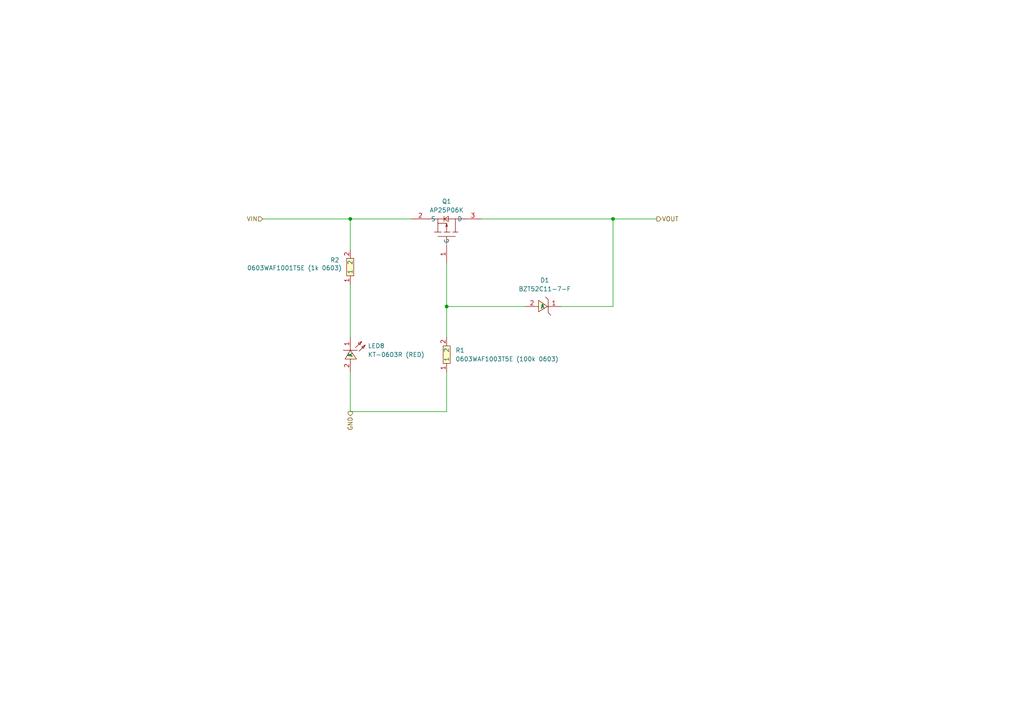
<source format=kicad_sch>
(kicad_sch (version 20231120) (generator "eeschema") (generator_version "8.0")
  (paper "A4")
  (lib_symbols
    (symbol "Rocketry_Easyeda:0603WAF1001T5E (1k 0603)"
      (property "Reference" "R" (at 0 5.08 0))
      (property "Value" "0603WAF1001T5E (1k 0603)" (at 0 -5.08 0))
      (symbol "0603WAF1001T5E (1k 0603)_0_1"
        (rectangle (start -2.54 1.02) (end 2.54 -1.02) (fill (type background)))
        (pin input line (at -5.08 0 0) (length 2.54) (name "1") (number "1"))
        (pin input line (at 5.08 0 180) (length 2.54) (name "2") (number "2"))
      )
    )
    (symbol "Rocketry_Easyeda:0603WAF1003T5E (100k 0603)"
      (property "Reference" "R" (at 0 5.08 0))
      (property "Value" "0603WAF1003T5E (100k 0603)" (at 0 -5.08 0))
      (symbol "0603WAF1003T5E (100k 0603)_0_1"
        (rectangle (start -2.54 1.02) (end 2.54 -1.02) (fill (type background)))
        (pin input line (at -5.08 0 0) (length 2.54) (name "1") (number "1"))
        (pin input line (at 5.08 0 180) (length 2.54) (name "2") (number "2"))
      )
    )
    (symbol "Rocketry_Easyeda:AP25P06K"
      (property "Reference" "Q" (at 0 15.24 0))
      (property "Value" "AP25P06K" (at 0 -15.24 0))
      (symbol "AP25P06K_0_1"
        (polyline (pts (xy 0 0) (xy -2.29 0)))
        (polyline (pts (xy 0 2.54) (xy 0 -2.54)))
        (polyline (pts (xy 1.27 -2.54) (xy 5.08 -2.54)))
        (polyline (pts (xy 1.27 -1.78) (xy 1.27 -3.3)))
        (polyline (pts (xy 1.27 0.76) (xy 1.27 -1.02)))
        (polyline (pts (xy 1.27 2.54) (xy 5.08 2.54)))
        (polyline (pts (xy 1.27 3.56) (xy 1.27 1.52)))
        (polyline (pts (xy 3.81 0) (xy 2.79 -0.25)))
        (polyline (pts (xy 3.81 2.54) (xy 3.81 0)))
        (polyline (pts (xy 5.08 5.08) (xy 5.08 -5.08)))
        (polyline (pts (xy 5.84 0.76) (xy 4.32 0.76)))
        (polyline (pts (xy 1.27 0) (xy 3.81 0) (xy 2.79 0.25)))
        (polyline (pts (xy 5.84 -0.51) (xy 4.32 -0.51) (xy 5.08 0.76) (xy 5.84 -0.51)) (fill (type background)))
        (pin unspecified line (at -7.62 0 0) (length 5.08) (name "G") (number "1"))
        (pin unspecified line (at 5.08 10.16 270) (length 5.08) (name "S") (number "2"))
        (pin unspecified line (at 5.08 -10.16 90) (length 5.08) (name "D") (number "3"))
      )
    )
    (symbol "Rocketry_Easyeda:BZT52C11-7-F"
      (property "Reference" "D" (at 0 5.08 0))
      (property "Value" "BZT52C11-7-F" (at 0 -5.08 0))
      (symbol "BZT52C11-7-F_0_1"
        (polyline (pts (xy 1.27 1.52) (xy -1.27 0) (xy 1.27 -1.78) (xy 1.27 1.52)) (fill (type background)))
        (polyline (pts (xy -2.29 2.54) (xy -1.52 1.78) (xy -1.52 1.78) (xy -1.52 -2.03) (xy -1.52 -2.03) (xy -0.76 -2.79)))
        (pin unspecified line (at -5.08 0 0) (length 3.81) (name "K") (number "1"))
        (pin unspecified line (at 5.08 0 180) (length 3.81) (name "A") (number "2"))
      )
    )
    (symbol "Rocketry_Easyeda:KT-0603R"
      (property "Reference" "LED" (at 0 5.08 0))
      (property "Value" "KT-0603R" (at 0 -5.08 0))
      (symbol "KT-0603R_0_1"
        (polyline (pts (xy -2.03 1.52) (xy -3.81 3.3)))
        (polyline (pts (xy -1.27 2.03) (xy -1.27 -2.03)))
        (polyline (pts (xy -1.02 2.54) (xy -2.79 4.32)))
        (polyline (pts (xy -3.81 3.3) (xy -2.79 2.79) (xy -3.3 2.29) (xy -3.81 3.3)) (fill (type background)))
        (polyline (pts (xy -2.79 4.32) (xy -1.78 3.81) (xy -2.29 3.3) (xy -2.79 4.32)) (fill (type background)))
        (polyline (pts (xy 1.27 -1.52) (xy -1.27 0) (xy 1.27 1.78) (xy 1.27 -1.52)) (fill (type background)))
        (pin unspecified line (at -5.08 0 0) (length 3.81) (name "K") (number "1"))
        (pin unspecified line (at 5.08 0 180) (length 3.81) (name "A") (number "2"))
      )
    )
  )
  (junction (at 129.54 88.9))
  (junction (at 177.8 63.5))
  (junction (at 101.6 63.5))
  (wire (pts (xy 129.54 119.38) (xy 101.6 119.38)))
  (wire (pts (xy 177.8 88.9) (xy 177.8 63.5)))
  (wire (pts (xy 139.7 63.5) (xy 177.8 63.5)))
  (wire (pts (xy 101.6 63.5) (xy 119.38 63.5)))
  (wire (pts (xy 162.56 88.9) (xy 177.8 88.9)))
  (wire (pts (xy 129.54 107.95) (xy 129.54 119.38)))
  (wire (pts (xy 76.2 63.5) (xy 101.6 63.5)))
  (wire (pts (xy 101.6 82.55) (xy 101.6 97.79)))
  (wire (pts (xy 101.6 107.95) (xy 101.6 119.38)))
  (wire (pts (xy 177.8 63.5) (xy 190.5 63.5)))
  (wire (pts (xy 129.54 88.9) (xy 152.4 88.9)))
  (wire (pts (xy 129.54 76.2) (xy 129.54 88.9)))
  (wire (pts (xy 101.6 72.39) (xy 101.6 63.5)))
  (wire (pts (xy 129.54 88.9) (xy 129.54 97.79)))
  (hierarchical_label "GND" (shape output) (at 101.6 119.38 270))
  (hierarchical_label "VIN" (shape input) (at 76.2 63.5 180))
  (hierarchical_label "VOUT" (shape output) (at 190.5 63.5 0))
  (symbol (lib_id "Rocketry_Easyeda:0603WAF1003T5E (100k 0603)") (at 129.54 102.87 90) (unit 1)
    (property "Reference" "R1" (at 132.08 101.5999 90) (effects (justify right)))
    (property "Value" "0603WAF1003T5E (100k 0603)" (at 132.08 104.1399 90) (effects (justify right)))
    (property "Footprint" "Rocketry_Easyeda:R0603" (effects (hide yes)))
    (property "Datasheet" "https://lcsc.com/product-detail/Chip-Resistor-Surface-Mount-UniOhm_100KR-1003-1_C25803.html" (effects (hide yes)))
    (property "LCSC Part" "C25803" (effects (hide yes)))
  )
  (symbol (lib_id "Rocketry_Easyeda:0603WAF1001T5E (1k 0603)") (at 101.6 77.47 90) (unit 1)
    (property "Reference" "R2" (at 95.758 75.438 90) (effects (justify right)))
    (property "Value" "0603WAF1001T5E (1k 0603)" (at 71.628 77.724 90) (effects (justify right)))
    (property "Footprint" "Rocketry_Easyeda:R0603" (effects (hide yes)))
    (property "Datasheet" "https://lcsc.com/product-detail/Chip-Resistor-Surface-Mount-UniOhm_1KR-1001-1_C21190.html" (effects (hide yes)))
    (property "LCSC Part" "C21190" (effects (hide yes)))
  )
  (symbol (lib_id "Rocketry_Easyeda:BZT52C11-7-F") (at 157.48 88.9 180) (unit 1)
    (property "Reference" "D1" (at 157.99 81.28 0))
    (property "Value" "BZT52C11-7-F" (at 157.99 83.82 0))
    (property "Footprint" "Rocketry_Easyeda:SOD-123_L2.8-W1.8-LS3.7-RD" (effects (hide yes)))
    (property "Datasheet" "https://lcsc.com/product-detail/Others_Diodes-Incorporated_BZT52C11-7-F_Diodes-Incorporated-BZT52C11-7-F_C92321.html" (effects (hide yes)))
    (property "LCSC Part" "C92321" (effects (hide yes)))
  )
  (symbol (lib_id "Rocketry_Easyeda:KT-0603R") (at 101.6 102.87 270) (unit 1)
    (property "Reference" "LED8" (at 106.68 100.3299 90) (effects (justify left)))
    (property "Value" "KT-0603R (RED)" (at 106.68 102.8699 90) (effects (justify left)))
    (property "Footprint" "Rocketry_Easyeda:LED0603-RD" (effects (hide yes)))
    (property "Datasheet" "https://lcsc.com/product-detail/Light-Emitting-Diodes-LED_Red-LED-0603_C2286.html" (effects (hide yes)))
    (property "LCSC Part" "C2286" (effects (hide yes)))
  )
  (symbol (lib_id "Rocketry_Easyeda:AP25P06K") (at 129.54 68.58 90) (unit 1)
    (property "Reference" "Q1" (at 129.54 58.42 90))
    (property "Value" "AP25P06K" (at 129.54 60.96 90))
    (property "Footprint" "Rocketry_Easyeda:TO-252-2_L6.6-W6.1-P4.57-LS10.1-BL" (effects (hide yes)))
    (property "LCSC Part" "C2995326" (effects (hide yes)))
  )
)
</source>
